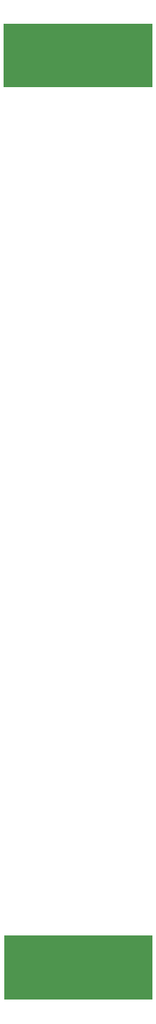
<source format=gts>
%FSTAX44Y44*%
%MOMM*%
%SFA1B1*%

%IPPOS*%
%ADD10C,0.203200*%
%LNpcb1-1*%
%LPD*%
G36*
X00962062Y02048122D02*
Y0197358D01*
X00786272*
Y02048122*
X00962062*
G37*
G36*
Y00900989D02*
X00892062D01*
Y0097663*
X00962062*
Y00900989*
G37*
G36*
X00892062Y0097663D02*
Y00900989D01*
X00787062*
Y0097663*
X00892062*
G37*
G54D10*
X00926912Y00934009D03*
X00821912D03*
M02*
</source>
